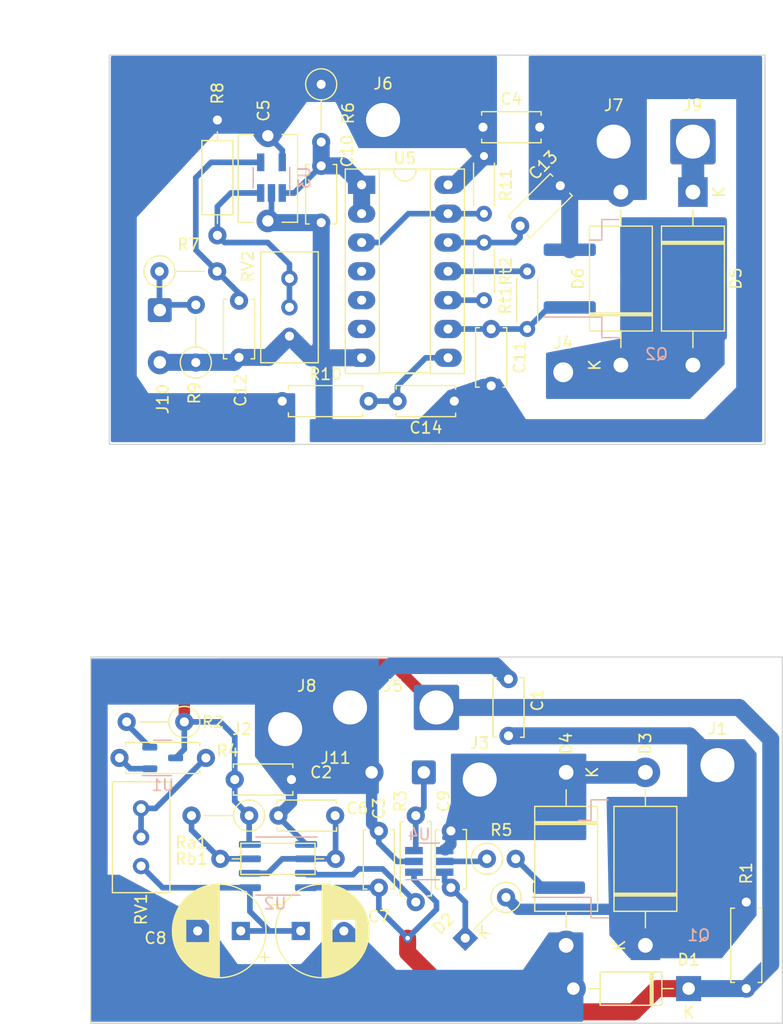
<source format=kicad_pcb>
(kicad_pcb (version 20221018) (generator pcbnew)
  (layers (0 "F.Cu" signal) (31 "B.Cu" signal) (34 "B.Paste" user) (35 "F.Paste" user) (36 "B.SilkS" user "B.Silkscreen") (37 "F.SilkS" user "F.Silkscreen") (38 "B.Mask" user) (39 "F.Mask" user) (44 "Edge.Cuts" user))
  (net 0 "")
  (net 1 "VCC")
  (net 2 "GND")
  (net 3 "/U1_TRIG")
  (net 4 "/U1_CONT")
  (net 5 "Net-(Q1-G)")
  (net 6 "Net-(D2-K)")
  (net 7 "/POWER_OUTPUT")
  (net 8 "+BATT")
  (net 9 "Net-(C10-Pad1)")
  (net 10 "/TRIGGER_OUT")
  (net 11 "/INT")
  (net 12 "/U1_DISCH")
  (net 13 "Net-(C13-Pad1)")
  (net 14 "Net-(D5-A2)")
  (net 15 "Net-(U1-G)")
  (net 16 "Net-(U2-Q)")
  (net 17 "/PWM")
  (net 18 "Net-(U1-K)")
  (net 19 "Net-(R4-Pad2)")
  (net 20 "Net-(U4-HO)")
  (net 21 "/INT_REF")
  (net 22 "Net-(Rt1-Pad2)")
  (net 23 "Net-(Rt2-Pad2)")
  (net 24 "/TRIGGER_SET")
  (net 28 "/TRIGGER_RESET")
  (net 29 "GND2")
  (net 30 "+BATT2")
  (net 31 "VCC2")
  (net 32 "/PWM2")
  (footprint "Potentiometer_THT:Potentiometer_Bourns_3296W_Vertical" (layer "F.Cu") (at 22.225 84.074 90)
    (fp_text reference "RV1" (at -8.89 0 90) (layer "F.SilkS"))
    (fp_text value "2.2k")
    (pad "1" thru_hole circle (at 0 0 90) (size 1.44 1.44) (drill 0.8) (layers "*.Cu" "*.Mask") (net 19 "Net-(R4-Pad2)"))
    (pad "2" thru_hole circle (at -2.54 0 90) (size 1.44 1.44) (drill 0.8) (layers "*.Cu" "*.Mask") (net 19 "Net-(R4-Pad2)"))
    (pad "3" thru_hole circle (at -5.08 0 90) (size 1.44 1.44) (drill 0.8) (layers "*.Cu" "*.Mask") (net 4 "/U1_CONT"))
  )
  (footprint "Diode_THT:D_DO-201AE_P15.24mm_Horizontal" (layer "F.Cu") (at 59.69 80.899 -90)
    (fp_text reference "D4" (at -2.54 0 90) (layer "F.SilkS"))
    (fp_text value "1.5KExxA")
    (fp_text user "K" (at 0 -2.3 90) (layer "F.SilkS"))
    (pad "1" thru_hole rect (at 0 0 270) (size 2.6 2.6) (drill 1.3) (layers "*.Cu" "*.Mask") (net 7 "/POWER_OUTPUT"))
    (pad "2" thru_hole oval (at 15.24 0 270) (size 2.6 2.6) (drill 1.3) (layers "*.Cu" "*.Mask") (net 2 "GND"))
  )
  (footprint "Potentiometer_THT:Potentiometer_Bourns_3296W_Vertical" (layer "F.Cu") (at 35.3025 37.3915 90)
    (fp_text reference "RV2" (at 1.0695 -3.66 90) (layer "F.SilkS"))
    (fp_text value "1M")
    (pad "1" thru_hole circle (at 0 0 90) (size 1.44 1.44) (drill 0.8) (layers "*.Cu" "*.Mask") (net 21 "/INT_REF"))
    (pad "2" thru_hole circle (at -2.54 0 90) (size 1.44 1.44) (drill 0.8) (layers "*.Cu" "*.Mask") (net 21 "/INT_REF"))
    (pad "3" thru_hole circle (at -5.08 0 90) (size 1.44 1.44) (drill 0.8) (layers "*.Cu" "*.Mask") (net 29 "GND2"))
  )
  (footprint "Resistor_THT:R_Axial_DIN0204_L3.6mm_D1.6mm_P5.08mm_Horizontal" (layer "F.Cu") (at 52.4475 26.6065 -90)
    (fp_text reference "R11" (at 2.54 -1.92 90) (layer "F.SilkS"))
    (fp_text value "5.1k")
    (pad "1" thru_hole circle (at 0 0 270) (size 1.4 1.4) (drill 0.7) (layers "*.Cu" "*.Mask") (net 31 "VCC2"))
    (pad "2" thru_hole oval (at 5.08 0 270) (size 1.4 1.4) (drill 0.7) (layers "*.Cu" "*.Mask") (net 24 "/TRIGGER_SET"))
  )
  (footprint "Capacitor_THT:C_Disc_D5.0mm_W2.5mm_P5.00mm" (layer "F.Cu") (at 30.48 81.534)
    (fp_text reference "C2" (at 7.62 -0.635) (layer "F.SilkS"))
    (fp_text value "C")
    (pad "1" thru_hole circle (at 0 0) (size 1.6 1.6) (drill 0.8) (layers "*.Cu" "*.Mask") (net 1 "VCC"))
    (pad "2" thru_hole circle (at 5 0) (size 1.6 1.6) (drill 0.8) (layers "*.Cu" "*.Mask") (net 2 "GND"))
  )
  (footprint "Resistor_THT:R_Axial_DIN0207_L6.3mm_D2.5mm_P7.62mm_Horizontal" (layer "F.Cu") (at 34.6675 48.1965)
    (fp_text reference "R10" (at 3.81 -2.37) (layer "F.SilkS"))
    (fp_text value "5.1k")
    (pad "1" thru_hole circle (at 0 0) (size 1.6 1.6) (drill 0.8) (layers "*.Cu" "*.Mask") (net 31 "VCC2"))
    (pad "2" thru_hole oval (at 7.62 0) (size 1.6 1.6) (drill 0.8) (layers "*.Cu" "*.Mask") (net 28 "/TRIGGER_RESET"))
  )
  (footprint "Capacitor_THT:C_Disc_D5.0mm_W2.5mm_P5.00mm" (layer "F.Cu") (at 38.1 27.472 -90)
    (fp_text reference "C10" (at -1.31 -2.286 90) (layer "F.SilkS"))
    (fp_text value "22nF")
    (pad "1" thru_hole circle (at 0 0 270) (size 1.6 1.6) (drill 0.8) (layers "*.Cu" "*.Mask") (net 9 "Net-(C10-Pad1)"))
    (pad "2" thru_hole circle (at 5 0 270) (size 1.6 1.6) (drill 0.8) (layers "*.Cu" "*.Mask") (net 29 "GND2"))
  )
  (footprint "Resistor_THT:R_Axial_DIN0207_L6.3mm_D2.5mm_P5.08mm_Vertical" (layer "F.Cu") (at 26.035 76.454 180)
    (fp_text reference "R2" (at -2.54 0) (layer "F.SilkS"))
    (fp_text value "R")
    (pad "1" thru_hole circle (at 0 0 180) (size 1.6 1.6) (drill 0.8) (layers "*.Cu" "*.Mask") (net 1 "VCC"))
    (pad "2" thru_hole oval (at 5.08 0 180) (size 1.6 1.6) (drill 0.8) (layers "*.Cu" "*.Mask") (net 15 "Net-(U1-G)"))
  )
  (footprint "Capacitor_THT:C_Disc_D5.0mm_W2.5mm_P5.00mm" (layer "F.Cu") (at 49.53 91.059 90)
    (fp_text reference "C9" (at 7.62 -0.635 90) (layer "F.SilkS"))
    (fp_text value "C")
    (pad "1" thru_hole circle (at 0 0 90) (size 1.6 1.6) (drill 0.8) (layers "*.Cu" "*.Mask") (net 6 "Net-(D2-K)"))
    (pad "2" thru_hole circle (at 5 0 90) (size 1.6 1.6) (drill 0.8) (layers "*.Cu" "*.Mask") (net 7 "/POWER_OUTPUT"))
  )
  (footprint "Diode_THT:D_DO-201AE_P15.24mm_Horizontal" (layer "F.Cu") (at 64.5125 45.0215 90)
    (fp_text reference "D6" (at 7.62 -3.77 90) (layer "F.SilkS"))
    (fp_text value "1.5KExxA")
    (fp_text user "K" (at 0 -2.3 90) (layer "F.SilkS"))
    (pad "1" thru_hole rect (at 0 0 90) (size 2.6 2.6) (drill 1.3) (layers "*.Cu" "*.Mask") (net 14 "Net-(D5-A2)"))
    (pad "2" thru_hole oval (at 15.24 0 90) (size 2.6 2.6) (drill 1.3) (layers "*.Cu" "*.Mask") (net 29 "GND2"))
  )
  (footprint "Connector_Wire:SolderWire-1sqmm_1x01_D1.4mm_OD2.7mm" (layer "F.Cu") (at 59.4325 45.6565)
    (fp_text reference "J4" (at 0 -2.58) (layer "F.SilkS"))
    (fp_text value "Conn_01x01_Pin")
    (pad "1" thru_hole roundrect (at 0 0) (size 2.75 2.75) (drill 1.75) (layers "*.Cu" "*.Mask") (roundrect_rratio 0.09090909091) (net 14 "Net-(D5-A2)"))
  )
  (footprint "Connector_Wire:SolderWire-2.5sqmm_1x01_D2.4mm_OD3.6mm" (layer "F.Cu") (at 52.07 81.534)
    (fp_text reference "J3" (at 0 -3.2) (layer "F.SilkS"))
    (fp_text value "Conn_01x01_Pin")
    (pad "1" thru_hole roundrect (at 0 0) (size 4 4) (drill 3) (layers "*.Cu" "*.Mask") (roundrect_rratio 0.0625) (net 7 "/POWER_OUTPUT"))
  )
  (footprint "Capacitor_THT:C_Disc_D5.0mm_W2.5mm_P5.00mm" (layer "F.Cu") (at 52.364 24.0665)
    (fp_text reference "C4" (at 2.5 -2.5) (layer "F.SilkS"))
    (fp_text value "C")
    (pad "1" thru_hole circle (at 0 0) (size 1.6 1.6) (drill 0.8) (layers "*.Cu" "*.Mask") (net 31 "VCC2"))
    (pad "2" thru_hole circle (at 5 0) (size 1.6 1.6) (drill 0.8) (layers "*.Cu" "*.Mask") (net 29 "GND2"))
  )
  (footprint "Diode_THT:D_DO-35_SOD27_P5.08mm_Vertical_KathodeUp" (layer "F.Cu") (at 50.798863 95.505137 45)
    (fp_text reference "D2" (at -0.447405 -2.245064 45) (layer "F.SilkS"))
    (fp_text value "1N4148")
    (fp_text user "K" (at 1.5 0.8 45) (layer "F.SilkS"))
    (pad "1" thru_hole rect (at 0 0 45) (size 1.6 1.6) (drill 0.8) (layers "*.Cu" "*.Mask") (net 6 "Net-(D2-K)"))
    (pad "2" thru_hole oval (at 5.08 0 45) (size 1.6 1.6) (drill 0.8) (layers "*.Cu" "*.Mask") (net 8 "+BATT"))
  )
  (footprint "Capacitor_THT:C_Disc_D5.0mm_W2.5mm_P5.00mm" (layer "F.Cu") (at 54.61 77.684 90)
    (fp_text reference "C1" (at 3.135 2.54 90) (layer "F.SilkS"))
    (fp_text value "C")
    (pad "1" thru_hole circle (at 0 0 90) (size 1.6 1.6) (drill 0.8) (layers "*.Cu" "*.Mask") (net 8 "+BATT"))
    (pad "2" thru_hole circle (at 5 0 90) (size 1.6 1.6) (drill 0.8) (layers "*.Cu" "*.Mask") (net 2 "GND"))
  )
  (footprint "Capacitor_THT:C_Disc_D5.0mm_W2.5mm_P5.00mm" (layer "F.Cu") (at 44.8275 48.1965)
    (fp_text reference "C14" (at 2.5 2.3495) (layer "F.SilkS"))
    (fp_text value "22nF")
    (pad "1" thru_hole circle (at 0 0) (size 1.6 1.6) (drill 0.8) (layers "*.Cu" "*.Mask") (net 28 "/TRIGGER_RESET"))
    (pad "2" thru_hole circle (at 5 0) (size 1.6 1.6) (drill 0.8) (layers "*.Cu" "*.Mask") (net 29 "GND2"))
  )
  (footprint "Connector_Wire:SolderWire-2.5sqmm_1x01_D2.4mm_OD3.6mm" (layer "F.Cu") (at 40.64 75.184)
    (fp_text reference "J8" (at -3.81 -1.905) (layer "F.SilkS"))
    (fp_text value "Conn_01x01_Pin")
    (pad "1" thru_hole roundrect (at 0 0) (size 4 4) (drill 3) (layers "*.Cu" "*.Mask") (roundrect_rratio 0.0625) (net 2 "GND"))
  )
  (footprint "Resistor_THT:R_Axial_DIN0207_L6.3mm_D2.5mm_P7.62mm_Horizontal" (layer "F.Cu") (at 46.435 92.329 90)
    (fp_text reference "R3" (at 8.89 -1.35 90) (layer "F.SilkS"))
    (fp_text value "1k")
    (pad "1" thru_hole circle (at 0 0 90) (size 1.6 1.6) (drill 0.8) (layers "*.Cu" "*.Mask") (net 16 "Net-(U2-Q)"))
    (pad "2" thru_hole oval (at 7.62 0 90) (size 1.6 1.6) (drill 0.8) (layers "*.Cu" "*.Mask") (net 17 "/PWM"))
  )
  (footprint "Connector_Wire:SolderWire-2.5sqmm_1x01_D2.4mm_OD3.6mm" (layer "F.Cu") (at 34.925 77.089)
    (fp_text reference "J2" (at -3.81 0) (layer "F.SilkS"))
    (fp_text value "~")
    (pad "1" thru_hole roundrect (at 0 0) (size 4 4) (drill 3) (layers "*.Cu" "*.Mask") (roundrect_rratio 0.0625) (net 2 "GND"))
  )
  (footprint "Diode_THT:D_DO-201AE_P15.24mm_Horizontal" (layer "F.Cu") (at 66.675 96.139 90)
    (fp_text reference "D3" (at 17.78 0 90) (layer "F.SilkS"))
    (fp_text value "1.5KExxA")
    (fp_text user "K" (at 0 -2.3 90) (layer "F.SilkS"))
    (pad "1" thru_hole rect (at 0 0 90) (size 2.6 2.6) (drill 1.3) (layers "*.Cu" "*.Mask") (net 8 "+BATT"))
    (pad "2" thru_hole oval (at 15.24 0 90) (size 2.6 2.6) (drill 1.3) (layers "*.Cu" "*.Mask") (net 7 "/POWER_OUTPUT"))
  )
  (footprint "Capacitor_THT:CP_Radial_D8.0mm_P3.80mm" (layer "F.Cu") (at 36.297349 94.869)
    (fp_text reference "C7" (at 6.882651 -1.27) (layer "F.SilkS"))
    (fp_text value "470uF")
    (pad "1" thru_hole rect (at 0 0) (size 1.6 1.6) (drill 0.8) (layers "*.Cu" "*.Mask") (net 4 "/U1_CONT"))
    (pad "2" thru_hole circle (at 3.8 0) (size 1.6 1.6) (drill 0.8) (layers "*.Cu" "*.Mask") (net 2 "GND"))
  )
  (footprint "Diode_THT:D_DO-201AE_P15.24mm_Horizontal" (layer "F.Cu") (at 70.8625 29.7815 -90)
    (fp_text reference "D5" (at 7.62 -3.77 90) (layer "F.SilkS"))
    (fp_text value "1.5KExxA")
    (fp_text user "K" (at 0 -2.3 90) (layer "F.SilkS"))
    (pad "1" thru_hole rect (at 0 0 270) (size 2.6 2.6) (drill 1.3) (layers "*.Cu" "*.Mask") (net 30 "+BATT2"))
    (pad "2" thru_hole oval (at 15.24 0 270) (size 2.6 2.6) (drill 1.3) (layers "*.Cu" "*.Mask") (net 14 "Net-(D5-A2)"))
  )
  (footprint "Resistor_THT:R_Axial_DIN0207_L6.3mm_D2.5mm_P7.62mm_Horizontal" (layer "F.Cu") (at 75.565 92.329 -90)
    (fp_text reference "R1" (at -2.54 0 90) (layer "F.SilkS"))
    (fp_text value "150, 0.25W")
    (pad "1" thru_hole circle (at 0 0 270) (size 1.6 1.6) (drill 0.8) (layers "*.Cu" "*.Mask") (net 8 "+BATT"))
    (pad "2" thru_hole oval (at 7.62 0 270) (size 1.6 1.6) (drill 0.8) (layers "*.Cu" "*.Mask") (net 1 "VCC"))
  )
  (footprint "Connector_Wire:SolderWire-2.5sqmm_1x01_D2.4mm_OD3.6mm" (layer "F.Cu") (at 43.5575 23.4315)
    (fp_text reference "J6" (at 0 -3.2) (layer "F.SilkS"))
    (fp_text value "~")
    (pad "1" thru_hole roundrect (at 0 0) (size 4 4) (drill 3) (layers "*.Cu" "*.Mask") (roundrect_rratio 0.0625) (net 31 "VCC2"))
  )
  (footprint "Connector_Wire:SolderWire-2.5sqmm_1x01_D2.4mm_OD3.6mm" (layer "F.Cu") (at 73.025 80.264)
    (fp_text reference "J1" (at 0 -3.2) (layer "F.SilkS"))
    (fp_text value "~")
    (pad "1" thru_hole roundrect (at 0 0) (size 4 4) (drill 3) (layers "*.Cu" "*.Mask") (roundrect_rratio 0.0625) (net 8 "+BATT"))
  )
  (footprint "Resistor_THT:R_Axial_DIN0207_L6.3mm_D2.5mm_P10.16mm_Horizontal" (layer "F.Cu") (at 28.9525 23.431501 -90)
    (fp_text reference "R8" (at -2.349501 -0.0035 90) (layer "F.SilkS"))
    (fp_text value "220k")
    (pad "1" thru_hole circle (at 0 0 270) (size 1.6 1.6) (drill 0.8) (layers "*.Cu" "*.Mask") (net 31 "VCC2"))
    (pad "2" thru_hole oval (at 10.16 0 270) (size 1.6 1.6) (drill 0.8) (layers "*.Cu" "*.Mask") (net 21 "/INT_REF"))
  )
  (footprint "Resistor_THT:R_Axial_DIN0207_L6.3mm_D2.5mm_P5.08mm_Vertical" (layer "F.Cu") (at 27.0475 44.7965 90)
    (fp_text reference "R9" (at -2.7015 -0.1235 90) (layer "F.SilkS"))
    (fp_text value "100k")
    (pad "1" thru_hole circle (at 0 0 90) (size 1.6 1.6) (drill 0.8) (layers "*.Cu" "*.Mask") (net 29 "GND2"))
    (pad "2" thru_hole oval (at 5.08 0 90) (size 1.6 1.6) (drill 0.8) (layers "*.Cu" "*.Mask") (net 32 "/PWM2"))
  )
  (footprint "Connector_Wire:SolderWire-0.5sqmm_1x02_P4.6mm_D0.9mm_OD2.1mm" (layer "F.Cu") (at 23.8725 40.181499 -90)
    (fp_text reference "J10" (at 7.824501 -0.2575 90) (layer "F.SilkS"))
    (fp_text value "Conn_01x02_Pin")
    (pad "1" thru_hole roundrect (at 0 0 270) (size 2.1 2.1) (drill 1.1) (layers "*.Cu" "*.Mask") (roundrect_rratio 0.1190480952) (net 32 "/PWM2"))
    (pad "2" thru_hole circle (at 4.6 0 270) (size 2.1 2.1) (drill 1.1) (layers "*.Cu" "*.Mask") (net 29 "GND2"))
  )
  (footprint "Capacitor_THT:C_Disc_D5.0mm_W2.5mm_P5.00mm" (layer "F.Cu") (at 53.0825 41.8465 -90)
    (fp_text reference "C11" (at 2.5 -2.5 -90) (layer "F.SilkS"))
    (fp_text value "22nF")
    (pad "1" thru_hole circle (at 0 0 270) (size 1.6 1.6) (drill 0.8) (layers "*.Cu" "*.Mask") (net 10 "/TRIGGER_OUT"))
    (pad "2" thru_hole circle (at 5 0 270) (size 1.6 1.6) (drill 0.8) (layers "*.Cu" "*.Mask") (net 29 "GND2"))
  )
  (footprint "Connector_Wire:SolderWire-0.5sqmm_1x02_P4.6mm_D0.9mm_OD2.1mm" (layer "F.Cu") (at 47.145 80.899 180)
    (fp_text reference "J11" (at 7.775 1.27) (layer "F.SilkS"))
    (fp_text value "Conn_01x02_Socket")
    (pad "1" thru_hole roundrect (at 0 0 180) (size 2.1 2.1) (drill 1.1) (layers "*.Cu" "*.Mask") (roundrect_rratio 0.1190480952) (net 17 "/PWM"))
    (pad "2" thru_hole circle (at 4.6 0 180) (size 2.1 2.1) (drill 1.1) (layers "*.Cu" "*.Mask") (net 2 "GND"))
  )
  (footprint "Connector_Wire:SolderWire-2.5sqmm_1x01_D2.4mm_OD3.6mm" (layer "F.Cu") (at 48.26 75.184)
    (fp_text reference "J5" (at -3.81 -1.905) (layer "F.SilkS"))
    (fp_text value "Conn_01x01_Pin")
    (pad "1" thru_hole roundrect (at 0 0) (size 4 4) (drill 3) (layers "*.Cu" "*.Mask") (roundrect_rratio 0.0625) (net 1 "VCC"))
  )
  (footprint "Package_DIP:DIP-14_W7.62mm_Socket_LongPads" (layer "F.Cu") (at 41.6625 29.1415)
    (fp_text reference "U5" (at 3.81 -2.33) (layer "F.SilkS"))
    (fp_text value "4011")
    (pad "1" thru_hole rect (at 0 0) (size 2.4 1.6) (drill 0.8) (layers "*.Cu" "*.Mask") (net 9 "Net-(C10-Pad1)"))
    (pad "2" thru_hole oval (at 0 2.54) (size 2.4 1.6) (drill 0.8) (layers "*.Cu" "*.Mask") (net 9 "Net-(C10-Pad1)"))
    (pad "3" thru_hole oval (at 0 5.08) (size 2.4 1.6) (drill 0.8) (layers "*.Cu" "*.Mask") (net 24 "/TRIGGER_SET"))
    (pad "4" thru_hole oval (at 0 7.62) (size 2.4 1.6) (drill 0.8) (layers "*.Cu" "*.Mask"))
    (pad "5" thru_hole oval (at 0 10.16) (size 2.4 1.6) (drill 0.8) (layers "*.Cu" "*.Mask"))
    (pad "6" thru_hole oval (at 0 12.7) (size 2.4 1.6) (drill 0.8) (layers "*.Cu" "*.Mask"))
    (pad "7" thru_hole oval (at 0 15.24) (size 2.4 1.6) (drill 0.8) (layers "*.Cu" "*.Mask") (net 29 "GND2"))
    (pad "8" thru_hole oval (at 7.62 15.24) (size 2.4 1.6) (drill 0.8) (layers "*.Cu" "*.Mask") (net 28 "/TRIGGER_RESET"))
    (pad "9" thru_hole oval (at 7.62 12.7) (size 2.4 1.6) (drill 0.8) (layers "*.Cu" "*.Mask") (net 10 "/TRIGGER_OUT"))
    (pad "10" thru_hole oval (at 7.62 10.16) (size 2.4 1.6) (drill 0.8) (layers "*.Cu" "*.Mask") (net 23 "Net-(Rt2-Pad2)"))
    (pad "11" thru_hole oval (at 7.62 7.62) (size 2.4 1.6) (drill 0.8) (layers "*.Cu" "*.Mask") (net 22 "Net-(Rt1-Pad2)"))
    (pad "12" thru_hole oval (at 7.62 5.08) (size 2.4 1.6) (drill 0.8) (layers "*.Cu" "*.Mask") (net 13 "Net-(C13-Pad1)"))
    (pad "13" thru_hole oval (at 7.62 2.54) (size 2.4 1.6) (drill 0.8) (layers "*.Cu" "*.Mask") (net 24 "/TRIGGER_SET"))
    (pad "14" thru_hole oval (at 7.62 0) (size 2.4 1.6) (drill 0.8) (layers "*.Cu" "*.Mask") (net 31 "VCC2"))
  )
  (footprint "Resistor_THT:R_Axial_DIN0207_L6.3mm_D2.5mm_P7.62mm_Horizontal" (layer "F.Cu") (at 20.32 79.629)
    (fp_text reference "R4" (at 9.525 -0.635) (layer "F.SilkS"))
    (fp_text value "200")
    (pad "1" thru_hole circle (at 0 0) (size 1.6 1.6) (drill 0.8) (layers "*.Cu" "*.Mask") (net 18 "Net-(U1-K)"))
    (pad "2" thru_hole oval (at 7.62 0) (size 1.6 1.6) (drill 0.8) (layers "*.Cu" "*.Mask") (net 19 "Net-(R4-Pad2)"))
  )
  (footprint "Resistor_THT:R_Axial_DIN0207_L6.3mm_D2.5mm_P10.16mm_Horizontal" (layer "F.Cu") (at 29.21 88.519)
    (fp_text reference "Rb1" (at -2.54 0) (layer "F.SilkS"))
    (fp_text value "1k")
    (pad "1" thru_hole circle (at 0 0) (size 1.6 1.6) (drill 0.8) (layers "*.Cu" "*.Mask") (net 12 "/U1_DISCH"))
    (pad "2" thru_hole oval (at 10.16 0) (size 1.6 1.6) (drill 0.8) (layers "*.Cu" "*.Mask") (net 3 "/U1_TRIG"))
  )
  (footprint "Diode_THT:D_DO-41_SOD81_P10.16mm_Horizontal" (layer "F.Cu") (at 70.484999 99.949 180)
    (fp_text reference "D1" (at -0.000001 2.54) (layer "F.SilkS"))
    (fp_text value "1N4740A")
    (fp_text user "K" (at 0 -2.1) (layer "F.SilkS"))
    (pad "1" thru_hole rect (at 0 0 180) (size 2.2 2.2) (drill 1.1) (layers "*.Cu" "*.Mask") (net 1 "VCC"))
    (pad "2" thru_hole oval (at 10.16 0 180) (size 2.2 2.2) (drill 1.1) (layers "*.Cu" "*.Mask") (net 2 "GND"))
  )
  (footprint "Resistor_THT:R_Axial_DIN0207_L6.3mm_D2.5mm_P2.54mm_Vertical" (layer "F.Cu") (at 52.705 88.519)
    (fp_text reference "R5" (at 1.27 -2.54) (layer "F.SilkS"))
    (fp_text value "1k")
    (pad "1" thru_hole circle (at 0 0) (size 1.6 1.6) (drill 0.8) (layers "*.Cu" "*.Mask") (net 20 "Net-(U4-HO)"))
    (pad "2" thru_hole oval (at 2.54 0) (size 1.6 1.6) (drill 0.8) (layers "*.Cu" "*.Mask") (net 5 "Net-(Q1-G)"))
  )
  (footprint "Connector_Wire:SolderWire-2.5sqmm_1x01_D2.4mm_OD3.6mm" (layer "F.Cu") (at 70.8625 25.3365)
    (fp_text reference "J9" (at 0 -3.2) (layer "F.SilkS"))
    (fp_text value "~")
    (pad "1" thru_hole roundrect (at 0 0) (size 4 4) (drill 3) (layers "*.Cu" "*.Mask") (roundrect_rratio 0.0625) (net 30 "+BATT2"))
  )
  (footprint "Connector_Wire:SolderWire-2.5sqmm_1x01_D2.4mm_OD3.6mm" (layer "F.Cu") (at 63.8775 25.3365)
    (fp_text reference "J7" (at 0 -3.2) (layer "F.SilkS"))
    (fp_text value "~")
    (pad "1" thru_hole roundrect (at 0 0) (size 4 4) (drill 3) (layers "*.Cu" "*.Mask") (roundrect_rratio 0.0625) (net 29 "GND2"))
  )
  (footprint "Resistor_THT:R_Axial_DIN0207_L6.3mm_D2.5mm_P5.08mm_Vertical" (layer "F.Cu") (at 31.749999 84.709 180)
    (fp_text reference "Ra1" (at 5.079999 -2.37) (layer "F.SilkS"))
    (fp_text value "10k")
    (pad "1" thru_hole circle (at 0 0 180) (size 1.6 1.6) (drill 0.8) (layers "*.Cu" "*.Mask") (net 1 "VCC"))
    (pad "2" thru_hole oval (at 5.08 0 180) (size 1.6 1.6) (drill 0.8) (layers "*.Cu" "*.Mask") (net 12 "/U1_DISCH"))
  )
  (footprint "Capacitor_THT:C_Disc_D5.0mm_W2.5mm_P5.00mm" (layer "F.Cu") (at 43.18 91.059 90)
    (fp_text reference "C3" (at 6.985 0 90) (layer "F.SilkS"))
    (fp_text value "C")
    (pad "1" thru_hole circle (at 0 0 90) (size 1.6 1.6) (drill 0.8) (layers "*.Cu" "*.Mask") (net 1 "VCC"))
    (pad "2" thru_hole circle (at 5 0 90) (size 1.6 1.6) (drill 0.8) (layers "*.Cu" "*.Mask") (net 2 "GND"))
  )
  (footprint "Capacitor_THT:C_Disc_D5.0mm_W2.5mm_P5.00mm" (layer "F.Cu") (at 39.33 84.709 180)
    (fp_text reference "C6" (at -1.945 0.635) (layer "F.SilkS"))
    (fp_text value "0.1uF")
    (pad "1" thru_hole circle (at 0 0 180) (size 1.6 1.6) (drill 0.8) (layers "*.Cu" "*.Mask") (net 3 "/U1_TRIG"))
    (pad "2" thru_hole circle (at 5 0 180) (size 1.6 1.6) (drill 0.8) (layers "*.Cu" "*.Mask") (net 2 "GND"))
  )
  (footprint "Resistor_THT:R_Axial_DIN0207_L6.3mm_D2.5mm_P5.08mm_Vertical" (layer "F.Cu") (at 23.847 36.7665)
    (fp_text reference "R7" (at 2.54 -2.37) (layer "F.SilkS"))
    (fp_text value "160k")
    (pad "1" thru_hole circle (at 0 0) (size 1.6 1.6) (drill 0.8) (layers "*.Cu" "*.Mask") (net 32 "/PWM2"))
    (pad "2" thru_hole oval (at 5.08 0) (size 1.6 1.6) (drill 0.8) (layers "*.Cu" "*.Mask") (net 11 "/INT"))
  )
  (footprint "Capacitor_THT:C_Disc_D5.0mm_W2.5mm_P5.00mm" (layer "F.Cu") (at 30.8575 39.3465 -90)
    (fp_text reference "C12" (at 7.8975 -0.1305 90) (layer "F.SilkS"))
    (fp_text value "0.22uF")
    (pad "1" thru_hole circle (at 0 0 270) (size 1.6 1.6) (drill 0.8) (layers "*.Cu" "*.Mask") (net 11 "/INT"))
    (pad "2" thru_hole circle (at 5 0 270) (size 1.6 1.6) (drill 0.8) (layers "*.Cu" "*.Mask") (net 29 "GND2"))
  )
  (footprint "Capacitor_THT:C_Disc_D5.0mm_W2.5mm_P5.00mm" (layer "F.Cu") (at 55.636233 32.755767 45)
    (fp_text reference "C13" (at 5.194077 -2.334867 45) (layer "F.SilkS"))
    (fp_text value "22nF")
    (pad "1" thru_hole circle (at 0 0 45) (size 1.6 1.6) (drill 0.8) (layers "*.Cu" "*.Mask") (net 13 "Net-(C13-Pad1)"))
    (pad "2" thru_hole circle (at 5 0 45) (size 1.6 1.6) (drill 0.8) (layers "*.Cu" "*.Mask") (net 29 "GND2"))
  )
  (footprint "Resistor_THT:R_Axial_DIN0204_L3.6mm_D1.6mm_P5.08mm_Horizontal" (layer "F.Cu") (at 52.4475 34.2265 -90)
    (fp_text reference "Rt2" (at 2.54 -1.92 90) (layer "F.SilkS"))
    (fp_text value "5.1k")
    (pad "1" thru_hole circle (at 0 0 270) (size 1.4 1.4) (drill 0.7) (layers "*.Cu" "*.Mask") (net 13 "Net-(C13-Pad1)"))
    (pad "2" thru_hole oval (at 5.08 0 270) (size 1.4 1.4) (drill 0.7) (layers "*.Cu" "*.Mask") (net 23 "Net-(Rt2-Pad2)"))
  )
  (footprint "Resistor_THT:R_Axial_DIN0207_L6.3mm_D2.5mm_P5.08mm_Vertical" (layer "F.Cu") (at 38.1 20.291 -90)
    (fp_text reference "R6" (at 2.54 -2.37 90) (layer "F.SilkS"))
    (fp_text value "5.1k")
    (pad "1" thru_hole circle (at 0 0 270) (size 1.6 1.6) (drill 0.8) (layers "*.Cu" "*.Mask") (net 31 "VCC2"))
    (pad "2" thru_hole oval (at 5.08 0 270) (size 1.6 1.6) (drill 0.8) (layers "*.Cu" "*.Mask") (net 9 "Net-(C10-Pad1)"))
  )
  (footprint "Capacitor_THT:CP_Radial_D8.0mm_P3.80mm" (layer "F.Cu") (at 31.012651 94.869 180)
    (fp_text reference "C8" (at 7.517651 -0.635) (layer "F.SilkS"))
    (fp_text value "470uF")
    (pad "1" thru_hole rect (at 0 0 180) (size 1.6 1.6) (drill 0.8) (layers "*.Cu" "*.Mask") (net 4 "/U1_CONT"))
    (pad "2" thru_hole circle (at 3.8 0 180) (size 1.6 1.6) (drill 0.8) (layers "*.Cu" "*.Mask") (net 2 "GND"))
  )
  (footprint "Capacitor_THT:C_Disc_D7.5mm_W5.0mm_P7.50mm" (layer "F.Cu") (at 33.3975 24.8215 -90)
    (fp_text reference "C5" (at -2.2155 0.3775 -90) (layer "F.SilkS"))
    (fp_text value "C")
    (pad "1" thru_hole circle (at 0 0 270) (size 2 2) (drill 1) (layers "*.Cu" "*.Mask") (net 31 "VCC2"))
    (pad "2" thru_hole circle (at 7.5 0 270) (size 2 2) (drill 1) (layers "*.Cu" "*.Mask") (net 29 "GND2"))
  )
  (footprint "Resistor_THT:R_Axial_DIN0204_L3.6mm_D1.6mm_P5.08mm_Horizontal" (layer "F.Cu") (at 56.2575 41.8465 90)
    (fp_text reference "Rt1" (at 2.54 -1.92 90) (layer "F.SilkS"))
    (fp_text value "5.1k")
    (pad "1" thru_hole circle (at 0 0 90) (size 1.4 1.4) (drill 0.7) (layers "*.Cu" "*.Mask") (net 10 "/TRIGGER_OUT"))
    (pad "2" thru_hole oval (at 5.08 0 90) (size 1.4 1.4) (drill 0.7) (layers "*.Cu" "*.Mask") (net 22 "Net-(Rt1-Pad2)"))
  )
  (footprint "Package_SO:SOIC-8_3.9x4.9mm_P1.27mm" (layer "B.Cu") (at 34.29 89.154 180)
    (fp_text reference "U2" (at 0.254 -3.302) (layer "B.SilkS") (effects (justify mirror)))
    (fp_text value "TLC555xD")
    (pad "1" smd roundrect (at -2.475 1.905 180) (size 1.95 0.6) (layers "B.Cu" "B.Paste" "B.Mask") (net 2 "GND"))
    (pad "2" smd roundrect (at -2.475 0.635 180) (size 1.95 0.6) (layers "B.Cu" "B.Paste" "B.Mask") (net 3 "/U1_TRIG"))
    (pad "3" smd roundrect (at -2.475 -0.635 180) (size 1.95 0.6) (layers "B.Cu" "B.Paste" "B.Mask") (net 16 "Net-(U2-Q)"))
    (pad "4" smd roundrect (at -2.475 -1.905 180) (size 1.95 0.6) (layers "B.Cu" "B.Paste" "B.Mask") (net 1 "VCC"))
    (pad "5" smd roundrect (at 2.475 -1.905 180) (size 1.95 0.6) (layers "B.Cu" "B.Paste" "B.Mask") (net 4 "/U1_CONT"))
    (pad "6" smd roundrect (at 2.475 -0.635 180) (size 1.95 0.6) (layers "B.Cu" "B.Paste" "B.Mask") (net 3 "/U1_TRIG"))
    (pad "7" smd roundrect (at 2.475 0.635 180) (size 1.95 0.6) (layers "B.Cu" "B.Paste" "B.Mask") (net 12 "/U1_DISCH"))
    (pad "8" smd roundrect (at 2.475 1.905 180) (size 1.95 0.6) (layers "B.Cu" "B.Paste" "B.Mask") (net 1 "VCC"))
  )
  (footprint "Package_TO_SOT_SMD:SOT-23-6_Handsoldering" (layer "B.Cu") (at 47.625 88.744)
    (fp_text reference "U4" (at -0.889 -2.384) (layer "B.SilkS") (effects (justify mirror)))
    (fp_text value "IRS10752LPbF")
    (pad "1" smd rect (at -1.35 0.95) (size 1.56 0.65) (layers "B.Cu" "B.Paste" "B.Mask") (net 1 "VCC"))
    (pad "2" smd rect (at -1.35 0) (size 1.56 0.65) (layers "B.Cu" "B.Paste" "B.Mask") (net 2 "GND"))
    (pad "3" smd rect (at -1.35 -0.95) (size 1.56 0.65) (layers "B.Cu" "B.Paste" "B.Mask") (net 17 "/PWM"))
    (pad "4" smd rect (at 1.35 -0.95) (size 1.56 0.65) (layers "B.Cu" "B.Paste" "B.Mask") (net 7 "/POWER_OUTPUT"))
    (pad "5" smd rect (at 1.35 0) (size 1.56 0.65) (layers "B.Cu" "B.Paste" "B.Mask") (net 20 "Net-(U4-HO)"))
    (pad "6" smd rect (at 1.35 0.95) (size 1.56 0.65) (layers "B.Cu" "B.Paste" "B.Mask") (net 6 "Net-(D2-K)"))
  )
  (footprint "Package_TO_SOT_SMD:SOT-23-5_HandSoldering" (layer "B.Cu") (at 33.7175 28.5115 90)
    (fp_text reference "U3" (at 0 2.9 90) (layer "B.SilkS") (effects (justify mirror)))
    (fp_text value "TS391ILT")
    (pad "1" smd rect (at -1.35 0.95 90) (size 1.56 0.65) (layers "B.Cu" "B.Paste" "B.Mask") (net 9 "Net-(C10-Pad1)"))
    (pad "2" smd rect (at -1.35 0 90) (size 1.56 0.65) (layers "B.Cu" "B.Paste" "B.Mask") (net 29 "GND2"))
    (pad "3" smd rect (at -1.35 -0.95 90) (size 1.56 0.65) (layers "B.Cu" "B.Paste" "B.Mask") (net 21 "/INT_REF"))
    (pad "4" smd rect (at 1.35 -0.95 90) (size 1.56 0.65) (layers "B.Cu" "B.Paste" "B.Mask") (net 11 "/INT"))
    (pad "5" smd rect (at 1.35 0.95 90) (size 1.56 0.65) (layers "B.Cu" "B.Paste" "B.Mask") (net 31 "VCC2"))
  )
  (footprint "Package_TO_SOT_SMD:TO-263-2" (layer "B.Cu") (at 67.6575 37.4015)
    (fp_text reference "Q2" (at 0 6.65) (layer "B.SilkS") (effects (justify mirror)))
    (fp_text value "IRFB3004PbF")
    (pad "1" smd roundrect (at -7.65 2.54) (size 4.6 1.1) (layers "B.Cu" "B.Paste" "B.Mask") (roundrect_rratio 0.2272727273) (net 10 "/TRIGGER_OUT"))
    (pad "2" smd roundrect (at -0.925 -2.775) (size 4.55 5.25) (layers "B.Cu" "B.Paste") (roundrect_rratio 0.05494505495) (net 14 "Net-(D5-A2)"))
    (pad "2" smd roundrect (at -0.925 2.775) (size 4.55 5.25) (layers "B.Cu" "B.Paste") (roundrect_rratio 0.05494505495) (net 14 "Net-(D5-A2)"))
    (pad "2" smd roundrect (at 1.5 0) (size 9.4 10.8) (layers "B.Cu" "B.Mask") (roundrect_rratio 0.02659595745) (net 14 "Net-(D5-A2)"))
    (pad "2" smd roundrect (at 3.925 -2.775) (size 4.55 5.25) (layers "B.Cu" "B.Paste") (roundrect_rratio 0.05494505495) (net 14 "Net-(D5-A2)"))
    (pad "2" smd roundrect (at 3.925 2.775) (size 4.55 5.25) (layers "B.Cu" "B.Paste") (roundrect_rratio 0.05494505495) (net 14 "Net-(D5-A2)"))
    (pad "3" smd roundrect (at -7.65 -2.54) (size 4.6 1.1) (layers "B.Cu" "B.Paste" "B.Mask") (roundrect_rratio 0.2272727273) (net 29 "GND2"))
  )
  (footprint "Package_TO_SOT_SMD:SOT-23-3" (layer "B.Cu") (at 24.13 79.629)
    (fp_text reference "U1" (at 0 2.4) (layer "B.SilkS") (effects (justify mirror)))
    (fp_text value "P0102BL")
    (pad "1" smd roundrect (at -1.1375 0.95) (size 1.325 0.6) (layers "B.Cu" "B.Paste" "B.Mask") (net 18 "Net-(U1-K)"))
    (pad "2" smd roundrect (at -1.1375 -0.95) (size 1.325 0.6) (layers "B.Cu" "B.Paste" "B.Mask") (net 15 "Net-(U1-G)"))
    (pad "3" smd roundrect (at 1.1375 0) (size 1.325 0.6) (layers "B.Cu" "B.Paste" "B.Mask") (net 1 "VCC"))
  )
  (footprint "Package_TO_SOT_SMD:TO-263-2" (layer "B.Cu") (at 66.705 88.519)
    (fp_text reference "Q1" (at 4.669 6.731) (layer "B.SilkS") (effects (justify mirror)))
    (fp_text value "IRFB3004PbF")
    (pad "1" smd roundrect (at -7.65 2.54) (size 4.6 1.1) (layers "B.Cu" "B.Paste" "B.Mask") (roundrect_rratio 0.2272727273) (net 5 "Net-(Q1-G)"))
    (pad "2" smd roundrect (at -0.925 -2.775) (size 4.55 5.25) (layers "B.Cu" "B.Paste") (roundrect_rratio 0.05494505495) (net 8 "+BATT"))
    (pad "2" smd roundrect (at -0.925 2.775) (size 4.55 5.25) (layers "B.Cu" "B.Paste") (roundrect_rratio 0.05494505495) (net 8 "+BATT"))
    (pad "2" smd roundrect (at 1.5 0) (size 9.4 10.8) (layers "B.Cu" "B.Mask") (roundrect_rratio 0.02659595745) (net 8 "+BATT"))
    (pad "2" smd roundrect (at 3.925 -2.775) (size 4.55 5.25) (layers "B.Cu" "B.Paste") (roundrect_rratio 0.05494505495) (net 8 "+BATT"))
    (pad "2" smd roundrect (at 3.925 2.775) (size 4.55 5.25) (layers "B.Cu" "B.Paste") (roundrect_rratio 0.05494505495) (net 8 "+BATT"))
    (pad "3" smd roundrect (at -7.65 -2.54) (size 4.6 1.1) (layers "B.Cu" "B.Paste" "B.Mask") (roundrect_rratio 0.2272727273) (net 7 "/POWER_OUTPUT"))
  )
  (gr_rect (start 17.78 70.739) (end 78.74 102.997) (stroke (width 0.1)) (fill none) (layer "Edge.Cuts"))
  (gr_rect (start 19.4275 17.7165) (end 77.2125 52.0065) (stroke (width 0.1)) (fill none) (layer "Edge.Cuts"))
  (segment (start 48.26 75.184) (end 44.45 71.374) (width 1) (layer "F.Cu") (net 1))
  (segment (start 70.484999 99.949) (end 67.691 99.949) (width 1.5) (layer "F.Cu") (net 1))
  (segment (start 67.691 99.949) (end 65.641 101.999) (width 1.5) (layer "F.Cu") (net 1))
  (segment (start 44.45 71.374) (end 29.21 71.374) (width 1) (layer "F.Cu") (net 1))
  (segment (start 26.035 74.549) (end 26.035 76.454) (width 1) (layer "F.Cu") (net 1))
  (segment (start 65.641 101.999) (end 50.945 101.999) (width 1.5) (layer "F.Cu") (net 1))
  (segment (start 50.945 101.999) (end 45.72 96.774) (width 1.5) (layer "F.Cu") (net 1))
  (segment (start 29.21 71.374) (end 26.035 74.549) (width 1) (layer "F.Cu") (net 1))
  (segment (start 45.72 96.774) (end 45.72 95.504) (width 1.5) (layer "F.Cu") (net 1))
  (via (at 45.72 95.504) (size 0.8) (drill 0.4) (layers "F.Cu" "B.Cu") (net 1))
  (segment (start 31.749999 87.183999) (end 31.815 87.249) (width 0.5) (layer "B.Cu") (net 1))
  (segment (start 46.275 89.694) (end 46.275 90.344) (width 0.5) (layer "B.Cu") (net 1))
  (segment (start 30.48 83.439001) (end 31.749999 84.709) (width 0.5) (layer "B.Cu") (net 1))
  (segment (start 26.035 78.8615) (end 25.2675 79.629) (width 0.5) (layer "B.Cu") (net 1))
  (segment (start 30.48 81.534) (end 30.48 83.439001) (width 0.5) (layer "B.Cu") (net 1))
  (segment (start 74.93 75.184) (end 77.724 77.978) (width 1.5) (layer "B.Cu") (net 1))
  (segment (start 43.18 92.964) (end 45.72 95.504) (width 0.5) (layer "B.Cu") (net 1))
  (segment (start 48.895 75.819) (end 48.26 75.184) (width 0.5) (layer "B.Cu") (net 1))
  (segment (start 77.724 97.79) (end 75.565 99.949) (width 1.5) (layer "B.Cu") (net 1))
  (segment (start 48.26 75.184) (end 74.93 75.184) (width 1.5) (layer "B.Cu") (net 1))
  (segment (start 29.21 76.454) (end 30.48 77.724) (width 0.5) (layer "B.Cu") (net 1))
  (segment (start 75.565 99.949) (end 70.484999 99.949) (width 1.5) (layer "B.Cu") (net 1))
  (segment (start 77.724 77.978) (end 77.724 97.79) (width 1.5) (layer "B.Cu") (net 1))
  (segment (start 26.035 76.454) (end 26.035 78.8615) (width 0.5) (layer "B.Cu") (net 1))
  (segment (start 48.26 92.329) (end 48.26 92.964) (width 0.5) (layer "B.Cu") (net 1))
  (segment (start 43.18 91.059) (end 43.18 92.964) (width 0.5) (layer "B.Cu") (net 1))
  (segment (start 46.275 90.344) (end 48.26 92.329) (width 0.5) (layer "B.Cu") (net 1))
  (segment (start 30.48 77.724) (end 30.48 81.534) (width 0.5) (layer "B.Cu") (net 1))
  (segment (start 48.26 92.964) (end 45.72 95.504) (width 0.5) (layer "B.Cu") (net 1))
  (segment (start 31.749999 84.709) (end 31.749999 87.183999) (width 0.5) (layer "B.Cu") (net 1))
  (segment (start 26.035 76.454) (end 29.21 76.454) (width 0.5) (layer "B.Cu") (net 1))
  (segment (start 43.18 91.059) (end 36.765 91.059) (width 0.5) (layer "B.Cu") (net 1))
  (segment (start 35.48 83.559) (end 34.33 84.709) (width 1) (layer "B.Cu") (net 2))
  (segment (start 34.33 84.709) (end 34.33 84.814) (width 0.5) (layer "B.Cu") (net 2))
  (segment (start 40.64 75.184) (end 44.335 71.489) (width 1.5) (layer "B.Cu") (net 2))
  (segment (start 42.545 85.424) (end 43.18 86.059) (width 1) (layer "B.Cu") (net 2))
  (segment (start 36.765 87.144) (end 36.765 87.249) (width 0.25) (layer "B.Cu") (net 2))
  (segment (start 60.324999 96.773999) (end 59.69 96.139) (width 1) (layer "B.Cu") (net 2))
  (segment (start 34.33 84.814) (end 36.765 87.249) (width 0.5) (layer "B.Cu") (net 2))
  (segment (start 53.415 71.489) (end 54.61 72.684) (width 1.5) (layer "B.Cu") (net 2))
  (segment (start 43.18 86.059) (end 43.18 87.122) (width 0.5) (layer "B.Cu") (net 2))
  (segment (start 42.545 80.899) (end 42.545 85.424) (width 1) (layer "B.Cu") (net 2))
  (segment (start 18.542 74.676) (end 18.53 74.688) (width 1.5) (layer "B.Cu") (net 2))
  (segment (start 35.48 81.534) (end 35.48 83.559) (width 1) (layer "B.Cu") (net 2))
  (segment (start 44.802 88.744) (end 46.275 88.744) (width 0.5) (layer "B.Cu") (net 2))
  (segment (start 18.53 74.688) (end 18.53 90.424) (width 1.5) (layer "B.Cu") (net 2))
  (segment (start 44.335 71.489) (end 53.415 71.489) (width 1.5) (layer "B.Cu") (net 2))
  (segment (start 41.91 81.534) (end 42.545 80.899) (width 1) (layer "B.Cu") (net 2))
  (segment (start 43.18 87.122) (end 44.802 88.744) (width 0.5) (layer "B.Cu") (net 2))
  (segment (start 39.37 88.519) (end 36.765 88.519) (width 0.5) (layer "B.Cu") (net 3))
  (segment (start 31.815 89.789) (end 33.401 89.789) (width 0.5) (layer "B.Cu") (net 3))
  (segment (start 33.401 89.789) (end 34.671 88.519) (width 0.5) (layer "B.Cu") (net 3))
  (segment (start 39.37 88.519) (end 39.37 84.749) (width 0.5) (layer "B.Cu") (net 3))
  (segment (start 39.37 84.749) (end 39.33 84.709) (width 0.5) (layer "B.Cu") (net 3))
  (segment (start 34.671 88.519) (end 36.765 88.519) (width 0.5) (layer "B.Cu") (net 3))
  (segment (start 33.528 94.869) (end 36.297349 94.869) (width 0.5) (layer "B.Cu") (net 4))
  (segment (start 31.815 91.059) (end 31.815 93.156) (width 0.5) (layer "B.Cu") (net 4))
  (segment (start 31.012651 94.869) (end 33.528 94.869) (width 0.5) (layer "B.Cu") (net 4))
  (segment (start 22.225 89.154) (end 24.13 91.059) (width 0.5) (layer "B.Cu") (net 4))
  (segment (start 31.815 93.156) (end 33.528 94.869) (width 0.5) (layer "B.Cu") (net 4))
  (segment (start 24.13 91.059) (end 31.815 91.059) (width 0.5) (layer "B.Cu") (net 4))
  (segment (start 57.785 91.059) (end 55.245 88.519) (width 0.5) (layer "B.Cu") (net 5))
  (segment (start 59.055 91.059) (end 57.15 91.059) (width 0.25) (layer "B.Cu") (net 5))
  (segment (start 59.055 91.059) (end 57.785 91.059) (width 0.5) (layer "B.Cu") (net 5))
  (segment (start 55.245 89.154) (end 55.245 88.519) (width 0.25) (layer "B.Cu") (net 5))
  (segment (start 48.975 89.694) (end 48.975 90.504) (width 0.5) (layer "B.Cu") (net 6))
  (segment (start 50.798863 95.505137) (end 50.798863 92.327863) (width 0.5) (layer "B.Cu") (net 6))
  (segment (start 50.798863 92.327863) (end 49.53 91.059) (width 0.5) (layer "B.Cu") (net 6))
  (segment (start 48.975 90.504) (end 49.53 91.059) (width 0.5) (layer "B.Cu") (net 6))
  (segment (start 59.69 80.899) (end 66.675 80.899) (width 2) (layer "B.Cu") (net 7))
  (segment (start 49.53 86.059) (end 49.53 87.239) (width 1) (layer "B.Cu") (net 7))
  (segment (start 49.53 87.239) (end 49.05 87.719) (width 1) (layer "B.Cu") (net 7))
  (segment (start 59.055 81.534) (end 59.69 80.899) (width 1) (layer "B.Cu") (net 7))
  (segment (start 49.05 87.719) (end 48.975 87.719) (width 1) (layer "B.Cu") (net 7))
  (segment (start 70.572 77.684) (end 54.61 77.684) (width 1.5) (layer "B.Cu") (net 8))
  (segment (start 66.675 92.189) (end 65.78 91.294) (width 1) (layer "B.Cu") (net 8))
  (segment (start 54.390965 91.913035) (end 55.44193 92.964) (width 1) (layer "B.Cu") (net 8))
  (segment (start 64.11 92.964) (end 65.78 91.294) (width 1) (layer "B.Cu") (net 8))
  (segment (start 73.025 80.137) (end 70.572 77.684) (width 1.5) (layer "B.Cu") (net 8))
  (segment (start 55.44193 92.964) (end 64.11 92.964) (width 1) (layer "B.Cu") (net 8))
  (segment (start 73.025 80.264) (end 73.025 80.137) (width 1.5) (layer "B.Cu") (net 8))
  (segment (start 38.1 27.472) (end 39.993 27.472) (width 1.5) (layer "B.Cu") (net 9))
  (segment (start 35.7105 29.8615) (end 38.1 27.472) (width 0.5) (layer "B.Cu") (net 9))
  (segment (start 41.6625 29.1415) (end 41.6625 31.6815) (width 1.5) (layer "B.Cu") (net 9))
  (segment (start 41.6625 29.1415) (end 40.9725 29.1415) (width 0.5) (layer "B.Cu") (net 9))
  (segment (start 34.6675 29.8615) (end 35.7105 29.8615) (width 0.5) (layer "B.Cu") (net 9))
  (segment (start 39.993 27.472) (end 41.6625 29.1415) (width 1.5) (layer "B.Cu") (net 9))
  (segment (start 38.1 25.371) (end 38.1 27.472) (width 1.5) (layer "B.Cu") (net 9))
  (segment (start 49.2825 41.8415) (end 53.0775 41.8415) (width 0.5) (layer "B.Cu") (net 10))
  (segment (start 53.0825 41.8465) (end 56.2575 41.8465) (width 0.5) (layer "B.Cu") (net 10))
  (segment (start 58.1625 39.9415) (end 56.2575 41.8465) (width 0.5) (layer "B.Cu") (net 10))
  (segment (start 60.0075 39.9415) (end 58.1625 39.9415) (width 0.5) (layer "B.Cu") (net 10))
  (segment (start 53.0775 41.8415) (end 53.0825 41.8465) (width 0.5) (layer "B.Cu") (net 10))
  (segment (start 27.0475 28.5115) (end 28.3975 27.1615) (width 0.5) (layer "B.Cu") (net 11))
  (segment (start 30.8575 38.697) (end 28.927 36.7665) (width 0.5) (layer "B.Cu") (net 11))
  (segment (start 30.8575 39.3465) (end 30.8575 38.697) (width 0.5) (layer "B.Cu") (net 11))
  (segment (start 27.0475 34.887) (end 27.0475 28.5115) (width 0.5) (layer "B.Cu") (net 11))
  (segment (start 28.3975 27.1615) (end 32.7675 27.1615) (width 0.5) (layer "B.Cu") (net 11))
  (segment (start 28.927 36.7665) (end 27.0475 34.887) (width 0.5) (layer "B.Cu") (net 11))
  (segment (start 29.21 88.519) (end 31.815 88.519) (width 0.5) (layer "B.Cu") (net 12))
  (segment (start 26.669999 85.978999) (end 29.21 88.519) (width 0.5) (layer "B.Cu") (net 12))
  (segment (start 26.669999 84.709) (end 26.669999 85.978999) (width 0.5) (layer "B.Cu") (net 12))
  (segment (start 49.2875 34.2265) (end 49.2825 34.2215) (width 0.5) (layer "B.Cu") (net 13))
  (segment (start 52.4475 34.2265) (end 49.2875 34.2265) (width 0.5) (layer "B.Cu") (net 13))
  (segment (start 52.4425 34.2215) (end 52.4475 34.2265) (width 0.25) (layer "B.Cu") (net 13))
  (segment (start 55.6225 32.9165) (end 55.6225 33.7855) (width 0.5) (layer "B.Cu") (net 13))
  (segment (start 55.6225 33.7855) (end 55.1815 34.2265) (width 0.5) (layer "B.Cu") (net 13))
  (segment (start 55.1815 34.2265) (end 52.4475 34.2265) (width 0.5) (layer "B.Cu") (net 13))
  (segment (start 63.8775 45.6565) (end 64.5125 45.0215) (width 1.5) (layer "B.Cu") (net 14))
  (segment (start 20.955 76.454) (end 20.955 76.6415) (width 0.5) (layer "B.Cu") (net 15))
  (segment (start 22.9925 78.679) (end 22.9925 78.4915) (width 0.25) (layer "B.Cu") (net 15))
  (segment (start 20.955 76.6415) (end 22.9925 78.679) (width 0.5) (layer "B.Cu") (net 15))
  (segment (start 40.894 89.916) (end 36.892 89.916) (width 0.5) (layer "B.Cu") (net 16))
  (segment (start 41.402 89.408) (end 40.894 89.916) (width 0.5) (layer "B.Cu") (net 16))
  (segment (start 36.892 89.916) (end 36.765 89.789) (width 0.5) (layer "B.Cu") (net 16))
  (segment (start 46.435 92.329) (end 43.514 89.408) (width 0.5) (layer "B.Cu") (net 16))
  (segment (start 43.514 89.408) (end 41.402 89.408) (width 0.5) (layer "B.Cu") (net 16))
  (segment (start 47.145 83.999) (end 46.435 84.709) (width 0.5) (layer "B.Cu") (net 17))
  (segment (start 46.435 87.634) (end 46.275 87.794) (width 0.5) (layer "B.Cu") (net 17))
  (segment (start 47.145 80.899) (end 47.145 83.999) (width 0.5) (layer "B.Cu") (net 17))
  (segment (start 46.435 84.709) (end 46.435 87.634) (width 0.5) (layer "B.Cu") (net 17))
  (segment (start 22.9925 80.579) (end 21.27 80.579) (width 0.5) (layer "B.Cu") (net 18))
  (segment (start 21.27 80.579) (end 20.32 79.629) (width 0.5) (layer "B.Cu") (net 18))
  (segment (start 22.225 86.614) (end 22.225 84.074) (width 0.5) (layer "B.Cu") (net 19))
  (segment (start 22.225 84.074) (end 23.495 84.074) (width 0.5) (layer "B.Cu") (net 19))
  (segment (start 23.495 84.074) (end 27.94 79.629) (width 0.5) (layer "B.Cu") (net 19))
  (segment (start 48.975 88.744) (end 52.48 88.744) (width 0.5) (layer "B.Cu") (net 20))
  (segment (start 52.48 88.744) (end 52.705 88.519) (width 0.5) (layer "B.Cu") (net 20))
  (segment (start 28.9525 33.591501) (end 28.9525 31.0515) (width 0.5) (layer "B.Cu") (net 21))
  (segment (start 35.3025 37.3915) (end 35.3025 36.1315) (width 0.5) (layer "B.Cu") (net 21))
  (segment (start 30.1425 29.8615) (end 32.7675 29.8615) (width 0.5) (layer "B.Cu") (net 21))
  (segment (start 28.9525 31.0515) (end 30.1425 29.8615) (width 0.5) (layer "B.Cu") (net 21))
  (segment (start 33.3975 34.2265) (end 29.587499 34.2265) (width 0.5) (layer "B.Cu") (net 21))
  (segment (start 35.3025 36.1315) (end 33.3975 34.2265) (width 0.5) (layer "B.Cu") (net 21))
  (segment (start 35.3025 39.9315) (end 35.3025 37.3915) (width 0.5) (layer "B.Cu") (net 21))
  (segment (start 29.587499 34.2265) (end 28.9525 33.591501) (width 0.5) (layer "B.Cu") (net 21))
  (segment (start 49.2875 36.7665) (end 49.2825 36.7615) (width 0.25) (layer "B.Cu") (net 22))
  (segment (start 56.2525 36.7615) (end 56.2575 36.7665) (width 0.5) (layer "B.Cu") (net 22))
  (segment (start 49.2825 36.7615) (end 56.2525 36.7615) (width 0.5) (layer "B.Cu") (net 22))
  (segment (start 52.4475 39.3065) (end 49.2875 39.3065) (width 0.5) (layer "B.Cu") (net 23))
  (segment (start 49.2875 39.3065) (end 49.2825 39.3015) (width 0.5) (layer "B.Cu") (net 23))
  (segment (start 52.4425 39.3015) (end 52.4475 39.3065) (width 0.25) (layer "B.Cu") (net 23))
  (segment (start 52.4475 31.6865) (end 49.2875 31.6865) (width 0.5) (layer "B.Cu") (net 24))
  (segment (start 49.2875 31.6865) (end 49.2825 31.6815) (width 0.5) (layer "B.Cu") (net 24))
  (segment (start 45.7885 31.6815) (end 49.2825 31.6815) (width 0.5) (layer "B.Cu") (net 24))
  (segment (start 41.6625 34.2215) (end 43.2485 34.2215) (width 0.5) (layer "B.Cu") (net 24))
  (segment (start 43.2485 34.2215) (end 45.7885 31.6815) (width 0.5) (layer "B.Cu") (net 24))
  (segment (start 44.8275 46.8665) (end 47.3125 44.3815) (width 0.5) (layer "B.Cu") (net 28))
  (segment (start 42.2875 48.1965) (end 44.8275 48.1965) (width 0.5) (layer "B.Cu") (net 28))
  (segment (start 44.8275 48.1965) (end 44.8275 46.8665) (width 0.5) (layer "B.Cu") (net 28))
  (segment (start 48.6425 44.3815) (end 49.2825 44.3815) (width 0.25) (layer "B.Cu") (net 28))
  (segment (start 47.3125 44.3815) (end 49.2825 44.3815) (width 0.5) (layer "B.Cu") (net 28))
  (segment (start 30.422501 44.781499) (end 30.8575 44.3465) (width 1.5) (layer "B.Cu") (net 29))
  (segment (start 38.354 44.3815) (end 41.6625 44.3815) (width 1.5) (layer "B.Cu") (net 29))
  (segment (start 60.0075 30.055966) (end 59.171767 29.220233) (width 1.5) (layer "B.Cu") (net 29))
  (segment (start 33.548 32.472) (end 33.3975 32.3215) (width 1.5) (layer "B.Cu") (net 29))
  (segment (start 35.3025 42.4715) (end 37.2125 44.3815) (width 1.5) (layer "B.Cu") (net 29))
  (segment (start 60.0075 34.8615) (end 60.0075 30.055966) (width 1.5) (layer "B.Cu") (net 29))
  (segment (start 33.4275 44.3465) (end 35.3025 42.4715) (width 1.5) (layer "B.Cu") (net 29))
  (segment (start 38.1 32.472) (end 38.1 43.494) (width 1.5) (layer "B.Cu") (net 29))
  (segment (start 33.3975 32.3215) (end 33.7175 32.0015) (width 0.5) (layer "B.Cu") (net 29))
  (segment (start 38.354 44.3815) (end 38.354 51.054) (width 1.5) (layer "B.Cu") (net 29))
  (segment (start 37.8425 43.7515) (end 37.2125 44.3815) (width 1.5) (layer "B.Cu") (net 29))
  (segment (start 63.4295 24.8885) (end 63.8775 25.3365) (width 0.5) (layer "B.Cu") (net 29))
  (segment (start 38.1 32.472) (end 33.548 32.472) (width 1.5) (layer "B.Cu") (net 29))
  (segment (start 38.1 43.494) (end 37.8425 43.7515) (width 1.5) (layer "B.Cu") (net 29))
  (segment (start 33.7175 32.0015) (end 33.7175 29.8615) (width 0.5) (layer "B.Cu") (net 29))
  (segment (start 37.2125 44.3815) (end 38.354 44.3815) (width 1.5) (layer "B.Cu") (net 29))
  (segment (start 23.8725 44.781499) (end 30.422501 44.781499) (width 1.5) (layer "B.Cu") (net 29))
  (segment (start 30.8575 44.3465) (end 33.4275 44.3465) (width 1.5) (layer "B.Cu") (net 29))
  (segment (start 70.8625 25.3365) (end 70.8625 29.7815) (width 2) (layer "B.Cu") (net 30))
  (segment (start 49.2825 29.1415) (end 49.9125 29.1415) (width 1.5) (layer "B.Cu") (net 31))
  (segment (start 49.9125 29.1415) (end 52.4475 26.6065) (width 1.5) (layer "B.Cu") (net 31))
  (segment (start 34.6675 26.0915) (end 33.3975 24.8215) (width 0.5) (layer "B.Cu") (net 31))
  (segment (start 44.1925 24.0665) (end 43.5575 23.4315) (width 1.5) (layer "B.Cu") (net 31))
  (segment (start 34.6675 27.1615) (end 34.6675 26.0915) (width 0.5) (layer "B.Cu") (net 31))
  (segment (start 52.4475 26.6065) (end 52.364 26.6065) (width 0.5) (layer "B.Cu") (net 31))
  (segment (start 24.337499 39.7165) (end 23.8725 40.181499) (width 0.5) (layer "B.Cu") (net 32))
  (segment (start 27.0475 39.7165) (end 24.337499 39.7165) (width 0.5) (layer "B.Cu") (net 32))
  (segment (start 23.847 36.7665) (end 23.847 40.155999) (width 0.5) (layer "B.Cu") (net 32))
  (segment (start 23.847 40.155999) (end 23.8725 40.181499) (width 0.5) (layer "B.Cu") (net 32))
  (zone (net 2) (net_name "GND") (layer "B.Cu") (connect_pads yes (clearance 0.5)) (min_thickness 0.25) (fill yes (thermal_gap 0.5) (thermal_bridge_width 0.5))
    (polygon (pts (xy 58.166 94.996) (xy 61.214 94.996) (xy 61.214 102.87) (xy 17.78 102.87) (xy 17.78 89.916) (xy 20.32 89.916) (xy 27.94 93.98) (xy 30.734 97.79) (xy 36.322 97.79) (xy 39.624 94.234) (xy 40.64 94.234) (xy 44.704 98.298) (xy 55.88 98.298)))
  )
  (zone (net 31) (net_name "VCC2") (layer "B.Cu") (priority 4) (connect_pads yes (clearance 0.5)) (min_thickness 0.25) (fill yes (thermal_gap 0.5) (thermal_bridge_width 0.5))
    (polygon (pts (xy 50.8 25.908) (xy 52.07 27.432) (xy 53.594 27.432) (xy 53.594 17.78) (xy 19.558 17.78) (xy 19.558 51.816) (xy 35.814 51.816) (xy 35.814 47.498) (xy 22.86 47.498) (xy 21.844 45.974) (xy 21.844 32.004) (xy 28.702 24.638) (xy 32.004 24.638) (xy 32.512 25.4) (xy 34.29 25.4) (xy 34.798 24.638) (xy 36.83 21.844) (xy 39.37 21.844) (xy 41.402 25.908)))
  )
  (zone (net 7) (net_name "/POWER_OUTPUT") (layer "B.Cu") (priority 1) (connect_pads yes (clearance 0.5)) (min_thickness 0.25) (fill yes (thermal_gap 0.5) (thermal_bridge_width 0.5))
    (polygon (pts (xy 49.53 79.248) (xy 49.53 83.566) (xy 48.768 86.614) (xy 48.768 86.868) (xy 61.468 86.868) (xy 61.468 79.248)))
  )
  (zone (net 8) (net_name "+BATT") (layer "B.Cu") (priority 2) (connect_pads yes (clearance 0.5)) (min_thickness 0.25) (fill yes (thermal_gap 0.5) (thermal_bridge_width 0.5))
    (polygon (pts (xy 70.358 77.978) (xy 70.358 83.058) (xy 63.246 83.058) (xy 63.5 95.25) (xy 65.278 97.282) (xy 73.406 97.282) (xy 76.708 93.218) (xy 76.708 79.502) (xy 75.438 77.978)))
  )
  (zone (net 29) (net_name "GND2") (layer "B.Cu") (priority 6) (connect_pads yes (clearance 0.5)) (min_thickness 0.25) (fill yes (thermal_gap 0.5) (thermal_bridge_width 0.5))
    (polygon (pts (xy 56.388 30.48) (xy 66.802 30.48) (xy 66.802 21.59) (xy 74.676 21.59) (xy 74.676 46.99) (xy 71.882 49.784) (xy 56.134 49.784) (xy 53.848 46.228) (xy 52.324 46.228) (xy 49.276 47.244) (xy 46.736 49.784) (xy 37.084 49.784) (xy 37.084 51.816) (xy 76.962 51.816) (xy 76.962 17.78) (xy 56.388 17.78)))
  )
  (zone (net 14) (net_name "Net-(D5-A2)") (layer "B.Cu") (priority 5) (connect_pads yes (clearance 0.5)) (min_thickness 0.25) (fill yes (thermal_gap 0.5) (thermal_bridge_width 0.5))
    (polygon (pts (xy 57.912 43.942) (xy 57.912 48.006) (xy 70.612 48.006) (xy 73.66 44.958) (xy 73.66 32.004) (xy 64.516 32.004) (xy 64.516 42.672)))
  )
  (zone (net 2) (net_name "GND") (layer "B.Cu") (priority 3) (connect_pads yes (clearance 0.5)) (min_thickness 0.25) (fill yes (thermal_gap 0.5) (thermal_bridge_width 0.5))
    (polygon (pts (xy 43.18 70.866) (xy 17.78 70.866) (xy 17.78 74.93) (xy 32.258 74.93) (xy 32.258 79.502) (xy 34.798 82.804) (xy 43.18 82.804)))
  )
)
</source>
